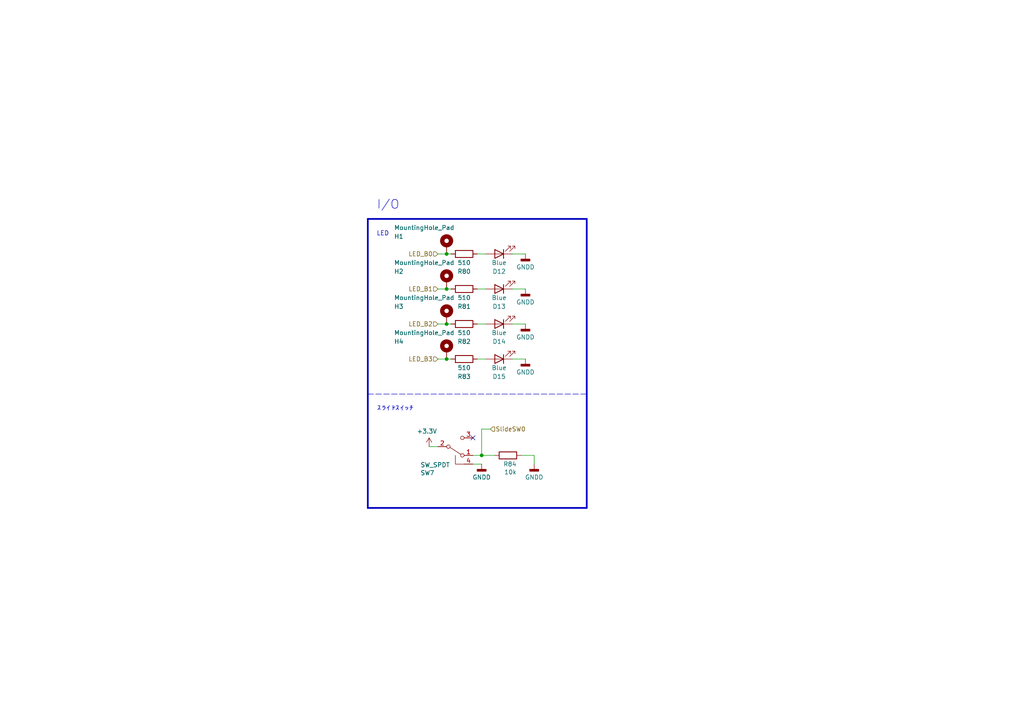
<source format=kicad_sch>
(kicad_sch (version 20230121) (generator eeschema)
  (paper "A4")
  (lib_symbols
    (symbol "Device:LED" (pin_numbers hide) (pin_names (offset 1.016) hide)
      (property "Reference" "D" (at 0 2.54 0))
      (property "Value" "LED" (at 0 -2.54 0))
      (symbol "LED_0_1"
        (polyline (pts (xy -1.27 -1.27) (xy -1.27 1.27)) (stroke (width 0.254)))
        (polyline (pts (xy -1.27 0) (xy 1.27 0)))
        (polyline (pts (xy 1.27 -1.27) (xy 1.27 1.27) (xy -1.27 0) (xy 1.27 -1.27)) (stroke (width 0.254)))
        (polyline (pts (xy -3.048 -0.762) (xy -4.572 -2.286) (xy -3.81 -2.286) (xy -4.572 -2.286) (xy -4.572 -1.524)))
        (polyline (pts (xy -1.778 -0.762) (xy -3.302 -2.286) (xy -2.54 -2.286) (xy -3.302 -2.286) (xy -3.302 -1.524)))
      )
      (symbol "LED_1_1"
        (pin passive line (at -3.81 0 0) (length 2.54) (name "K") (number "1"))
        (pin passive line (at 3.81 0 180) (length 2.54) (name "A") (number "2"))
      )
    )
    (symbol "Device:R" (pin_numbers hide) (pin_names (offset 0))
      (property "Reference" "R" (at 2.032 0 90))
      (property "Value" "R" (at 0 0 90))
      (symbol "R_0_1"
        (rectangle (start -1.016 -2.54) (end 1.016 2.54) (stroke (width 0.254)))
      )
      (symbol "R_1_1"
        (pin passive line (at 0 3.81 270) (length 1.27) (name "~") (number "1"))
        (pin passive line (at 0 -3.81 90) (length 1.27) (name "~") (number "2"))
      )
    )
    (symbol "Mechanical:MountingHole_Pad" (pin_numbers hide) (pin_names (offset 1.016) hide)
      (property "Reference" "H" (at 0 6.35 0))
      (property "Value" "MountingHole_Pad" (at 0 4.445 0))
      (symbol "MountingHole_Pad_0_1"
        (circle (center 0 1.27) (radius 1.27) (stroke (width 1.27)))
      )
      (symbol "MountingHole_Pad_1_1"
        (pin input line (at 0 -2.54 90) (length 2.54) (name "1") (number "1"))
      )
    )
    (symbol "SW_SPDT_1" (pin_names (offset 0) hide)
      (property "Reference" "SW6" (at -10.16 7.62 0))
      (property "Value" "SW_SPDT" (at -10.16 5.3086 0))
      (symbol "SW_SPDT_1_0_0"
        (circle (center -2.032 0) (radius 0.508))
        (circle (center 2.032 -2.54) (radius 0.508))
      )
      (symbol "SW_SPDT_1_0_1"
        (polyline (pts (xy -1.524 0.254) (xy 1.651 2.286)))
        (polyline (pts (xy 2.54 5.08) (xy 0 5.08) (xy 0 2.54)))
        (circle (center 2.032 2.54) (radius 0.508))
      )
      (symbol "SW_SPDT_1_1_1"
        (pin passive line (at 5.08 2.54 180) (length 2.54) (name "A") (number "1"))
        (pin passive line (at -5.08 0 0) (length 2.54) (name "B") (number "2"))
        (pin passive line (at 5.08 -2.54 180) (length 2.54) (name "C") (number "3"))
        (pin passive line (at 5.08 5.08 180) (length 2.54) (name "") (number "4"))
        (pin passive line (at 5.08 5.08 180) (length 2.54) hide (name "shell") (number "5"))
        (pin passive line (at 5.08 5.08 180) (length 2.54) hide (name "shell") (number "6"))
        (pin passive line (at 5.08 5.08 180) (length 2.54) hide (name "shell") (number "G1"))
        (pin passive line (at 5.08 5.08 180) (length 2.54) hide (name "shell") (number "G2"))
        (pin passive line (at 5.08 5.08 180) (length 2.54) hide (name "shell") (number "G3"))
        (pin passive line (at 5.08 5.08 180) (length 2.54) hide (name "shell") (number "G4"))
      )
    )
    (symbol "power:+3.3V" (power) (pin_names (offset 0))
      (property "Value" "+3.3V" (at 0 3.556 0))
      (symbol "+3.3V_0_1"
        (polyline (pts (xy -0.762 1.27) (xy 0 2.54)))
        (polyline (pts (xy 0 0) (xy 0 2.54)))
        (polyline (pts (xy 0 2.54) (xy 0.762 1.27)))
      )
      (symbol "+3.3V_1_1"
        (pin power_in line (at 0 0 90) (length 0) hide (name "+3.3V") (number "1"))
      )
    )
    (symbol "power:GNDD" (power) (pin_names (offset 0))
      (property "Value" "GNDD" (at 0 -3.175 0))
      (symbol "GNDD_0_1"
        (rectangle (start -1.27 -1.524) (end 1.27 -2.032) (stroke (width 0.254)) (fill (type outline)))
        (polyline (pts (xy 0 0) (xy 0 -1.524)))
      )
      (symbol "GNDD_1_1"
        (pin power_in line (at 0 0 270) (length 0) hide (name "GNDD") (number "1"))
      )
    )
  )
  (junction (at 129.54 93.98))
  (junction (at 139.7 132.08))
  (junction (at 129.54 83.82))
  (junction (at 129.54 104.14))
  (junction (at 129.54 73.66))
  (no_connect (at 137.16 127))
  (wire (pts (xy 129.54 83.82) (xy 130.81 83.82)))
  (wire (pts (xy 124.46 129.54) (xy 127 129.54)))
  (wire (pts (xy 148.59 83.82) (xy 152.4 83.82)))
  (polyline (pts (xy 106.68 114.3) (xy 170.18 114.3)) (stroke (width 0) (type dash)))
  (wire (pts (xy 138.43 83.82) (xy 140.97 83.82)))
  (polyline (pts (xy 106.68 63.5) (xy 170.18 63.5)) (stroke (width 0.5) (type solid)))
  (wire (pts (xy 142.24 124.46) (xy 139.7 124.46)))
  (wire (pts (xy 151.13 132.08) (xy 154.94 132.08)))
  (wire (pts (xy 139.7 132.08) (xy 143.51 132.08)))
  (wire (pts (xy 148.59 93.98) (xy 152.4 93.98)))
  (wire (pts (xy 137.16 132.08) (xy 139.7 132.08)))
  (wire (pts (xy 154.94 134.62) (xy 154.94 132.08)))
  (wire (pts (xy 127 93.98) (xy 129.54 93.98)))
  (wire (pts (xy 127 83.82) (xy 129.54 83.82)))
  (wire (pts (xy 127 104.14) (xy 129.54 104.14)))
  (wire (pts (xy 148.59 73.66) (xy 152.4 73.66)))
  (polyline (pts (xy 106.68 147.32) (xy 170.18 147.32)) (stroke (width 0.5) (type solid)))
  (polyline (pts (xy 106.68 147.32) (xy 106.68 63.5)) (stroke (width 0.5) (type solid)))
  (wire (pts (xy 129.54 73.66) (xy 130.81 73.66)))
  (polyline (pts (xy 170.18 147.32) (xy 170.18 63.5)) (stroke (width 0.5) (type solid)))
  (wire (pts (xy 139.7 124.46) (xy 139.7 132.08)))
  (wire (pts (xy 138.43 93.98) (xy 140.97 93.98)))
  (wire (pts (xy 138.43 104.14) (xy 140.97 104.14)))
  (wire (pts (xy 137.16 134.62) (xy 139.7 134.62)))
  (wire (pts (xy 138.43 73.66) (xy 140.97 73.66)))
  (wire (pts (xy 129.54 104.14) (xy 130.81 104.14)))
  (wire (pts (xy 127 73.66) (xy 129.54 73.66)))
  (wire (pts (xy 129.54 93.98) (xy 130.81 93.98)))
  (wire (pts (xy 148.59 104.14) (xy 152.4 104.14)))
  (text "スライドスイッチ" (at 109.22 119.38 0) (effects (font (size 1.27 1.27)) (justify left bottom)))
  (text "LED" (at 109.22 68.58 0) (effects (font (size 1.27 1.27)) (justify left bottom)))
  (text "I/O" (at 109.22 60.96 0) (effects (font (size 2.54 2.54)) (justify left bottom)))
  (hierarchical_label "LED_B2" (shape input) (at 127 93.98 180))
  (hierarchical_label "SlideSW0" (shape input) (at 142.24 124.46 0))
  (hierarchical_label "LED_B0" (shape input) (at 127 73.66 180))
  (hierarchical_label "LED_B3" (shape input) (at 127 104.14 180))
  (hierarchical_label "LED_B1" (shape input) (at 127 83.82 180))
  (symbol (lib_id "power:GNDD") (at 152.4 93.98 0) (unit 1)
    (property "Reference" "#PWR068" (effects hide))
    (property "Value" "GNDD" (at 152.4 97.79 0))
  )
  (symbol (lib_id "Mechanical:MountingHole_Pad") (at 129.54 91.44 0) (mirror y) (unit 1)
    (property "Reference" "H3" (at 114.3 88.9 0) (effects (justify right)))
    (property "Value" "MountingHole_Pad" (at 114.3 86.36 0) (effects (justify right)))
    (property "Footprint" "TestPoint:TestPoint_Pad_1.0x1.0mm" (effects hide))
  )
  (symbol (lib_id "power:GNDD") (at 152.4 73.66 0) (unit 1)
    (property "Reference" "#PWR070" (effects hide))
    (property "Value" "GNDD" (at 152.4 77.47 0))
  )
  (symbol (lib_name "SW_SPDT_1") (lib_id "Switch:SW_SPDT") (at 132.08 129.54 0) (mirror x) (unit 1)
    (property "Reference" "SW7" (at 121.92 137.16 0) (effects (justify left)))
    (property "Value" "SW_SPDT" (at 121.92 134.8486 0) (effects (justify left)))
    (property "Footprint" "TomoshibiLibrary:SW_Slide_DPDT_SSSS820101" (effects hide))
  )
  (symbol (lib_id "power:GNDD") (at 139.7 134.62 0) (unit 1)
    (property "Reference" "#PWR0103" (effects hide))
    (property "Value" "GNDD" (at 139.7 138.43 0))
  )
  (symbol (lib_id "Device:LED") (at 144.78 93.98 180) (unit 1)
    (property "Reference" "D14" (at 144.78 99.06 0))
    (property "Value" "Blue" (at 144.78 96.52 0))
    (property "Footprint" "LED_SMD:LED_0603_1608Metric_Pad1.05x0.95mm_HandSolder" (effects hide))
  )
  (symbol (lib_id "Device:R") (at 134.62 93.98 270) (mirror x) (unit 1)
    (property "Reference" "R82" (at 134.62 99.06 90))
    (property "Value" "510" (at 134.62 96.52 90))
    (property "Footprint" "Resistor_SMD:R_0402_1005Metric" (effects hide))
  )
  (symbol (lib_id "Device:LED") (at 144.78 83.82 180) (unit 1)
    (property "Reference" "D13" (at 144.78 88.9 0))
    (property "Value" "Blue" (at 144.78 86.36 0))
    (property "Footprint" "LED_SMD:LED_0603_1608Metric_Pad1.05x0.95mm_HandSolder" (effects hide))
  )
  (symbol (lib_id "Device:LED") (at 144.78 73.66 180) (unit 1)
    (property "Reference" "D12" (at 144.78 78.74 0))
    (property "Value" "Blue" (at 144.78 76.2 0))
    (property "Footprint" "LED_SMD:LED_0603_1608Metric_Pad1.05x0.95mm_HandSolder" (effects hide))
  )
  (symbol (lib_id "Device:R") (at 134.62 83.82 270) (mirror x) (unit 1)
    (property "Reference" "R81" (at 134.62 88.9 90))
    (property "Value" "510" (at 134.62 86.36 90))
    (property "Footprint" "Resistor_SMD:R_0402_1005Metric" (effects hide))
  )
  (symbol (lib_id "Mechanical:MountingHole_Pad") (at 129.54 81.28 0) (mirror y) (unit 1)
    (property "Reference" "H2" (at 114.3 78.74 0) (effects (justify right)))
    (property "Value" "MountingHole_Pad" (at 114.3 76.2 0) (effects (justify right)))
    (property "Footprint" "TestPoint:TestPoint_Pad_1.0x1.0mm" (effects hide))
  )
  (symbol (lib_id "power:GNDD") (at 152.4 83.82 0) (unit 1)
    (property "Reference" "#PWR071" (effects hide))
    (property "Value" "GNDD" (at 152.4 87.63 0))
  )
  (symbol (lib_id "power:GNDD") (at 152.4 104.14 0) (unit 1)
    (property "Reference" "#PWR072" (effects hide))
    (property "Value" "GNDD" (at 152.4 107.95 0))
  )
  (symbol (lib_id "Device:R") (at 147.32 132.08 90) (mirror x) (unit 1)
    (property "Reference" "R84" (at 149.86 134.62 90) (effects (justify left)))
    (property "Value" "10k" (at 149.86 136.9314 90) (effects (justify left)))
    (property "Footprint" "Resistor_SMD:R_0402_1005Metric" (effects hide))
  )
  (symbol (lib_id "Mechanical:MountingHole_Pad") (at 129.54 101.6 0) (mirror y) (unit 1)
    (property "Reference" "H4" (at 114.3 99.06 0) (effects (justify right)))
    (property "Value" "MountingHole_Pad" (at 114.3 96.52 0) (effects (justify right)))
    (property "Footprint" "TestPoint:TestPoint_Pad_1.0x1.0mm" (effects hide))
  )
  (symbol (lib_id "power:GNDD") (at 154.94 134.62 0) (unit 1)
    (property "Reference" "#PWR073" (effects hide))
    (property "Value" "GNDD" (at 154.94 138.43 0))
  )
  (symbol (lib_id "power:+3.3V") (at 124.46 129.54 0) (unit 1)
    (property "Reference" "#PWR069" (effects hide))
    (property "Value" "+3.3V" (at 123.825 125.095 0))
  )
  (symbol (lib_id "Mechanical:MountingHole_Pad") (at 129.54 71.12 0) (mirror y) (unit 1)
    (property "Reference" "H1" (at 114.3 68.58 0) (effects (justify right)))
    (property "Value" "MountingHole_Pad" (at 114.3 66.04 0) (effects (justify right)))
    (property "Footprint" "TestPoint:TestPoint_Pad_1.0x1.0mm" (effects hide))
  )
  (symbol (lib_id "Device:R") (at 134.62 73.66 270) (mirror x) (unit 1)
    (property "Reference" "R80" (at 134.62 78.74 90))
    (property "Value" "510" (at 134.62 76.2 90))
    (property "Footprint" "Resistor_SMD:R_0402_1005Metric" (effects hide))
  )
  (symbol (lib_id "Device:LED") (at 144.78 104.14 180) (unit 1)
    (property "Reference" "D15" (at 144.78 109.22 0))
    (property "Value" "Blue" (at 144.78 106.68 0))
    (property "Footprint" "LED_SMD:LED_0603_1608Metric_Pad1.05x0.95mm_HandSolder" (effects hide))
  )
  (symbol (lib_id "Device:R") (at 134.62 104.14 270) (mirror x) (unit 1)
    (property "Reference" "R83" (at 134.62 109.22 90))
    (property "Value" "510" (at 134.62 106.68 90))
    (property "Footprint" "Resistor_SMD:R_0402_1005Metric" (effects hide))
  )
)
</source>
